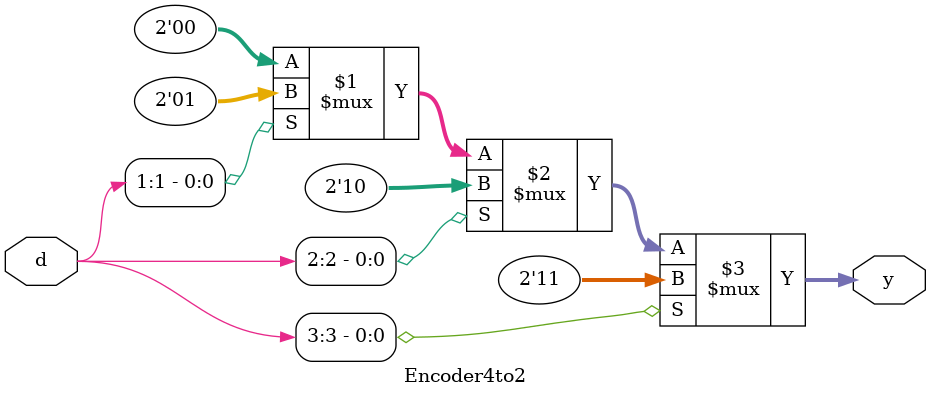
<source format=v>
module Encoder4to2(
  input  [3:0]d,
  output [1:0]y);

  assign y = (d[3]) ? 2'b11 :
             (d[2]) ? 2'b10 :
             (d[1]) ? 2'b01 : 2'b00;    //msb priority

endmodule


</source>
